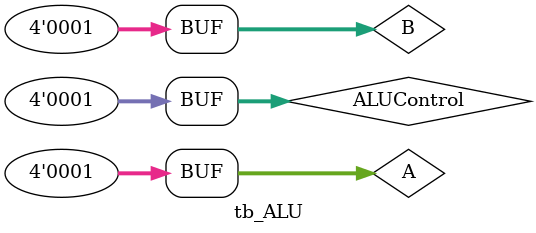
<source format=sv>
module tb_ALU();
	logic [3:0] A, B;
	logic [3:0] ALUControl;
	logic [3:0] flags;
	logic [3:0] RESULT;
	ALU_N_bits#(4) dut(A, B,ALUControl,flags,RESULT);
	
	initial 
		begin  
			A <= 0;
			B <= 0;
			ALUControl <= 0;
			# 10;
		end
	always
		begin
			A <= 4'b0001;
			B <= 4'b0001;
			ALUControl <= 4'b0;
			# 10;
			A <= 4'b1111;
			B <= 4'b0001;
			ALUControl <= 4'b0;
			# 10;
			A <= 4'b0111;
			B <= 4'b0001;
			ALUControl <= 4'b0;
			# 10;
			A <= 4'b0001;
			B <= 4'b0000;
			ALUControl <= 4'b1;
			# 10;
			A <= 4'b0000;
			B <= 4'b0001;
			ALUControl <= 4'b1;
			# 10;
			A <= 4'b0001;
			B <= 4'b0001;
			ALUControl <= 4'b1;
			# 10;
		
		end

endmodule


</source>
